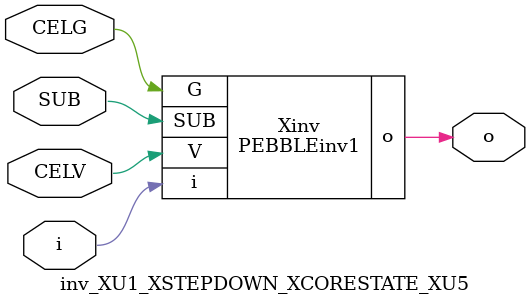
<source format=v>



module PEBBLEinv1 ( o, G, SUB, V, i );

  input V;
  input i;
  input G;
  output o;
  input SUB;
endmodule

//Celera Confidential Do Not Copy inv_XU1_XSTEPDOWN_XCORESTATE_XU5
//Celera Confidential Symbol Generator
//5V Inverter
module inv_XU1_XSTEPDOWN_XCORESTATE_XU5 (CELV,CELG,i,o,SUB);
input CELV;
input CELG;
input i;
input SUB;
output o;

//Celera Confidential Do Not Copy inv
PEBBLEinv1 Xinv(
.V (CELV),
.i (i),
.o (o),
.SUB (SUB),
.G (CELG)
);
//,diesize,PEBBLEinv1

//Celera Confidential Do Not Copy Module End
//Celera Schematic Generator
endmodule

</source>
